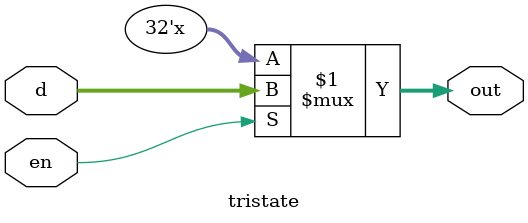
<source format=v>
module tristate(d, en, out);

input [31:0] d;
input en;
output [31:0] out;

assign out = en ? d : 32'bzzzzzzzzzzzzzzzzzzzzzzzzzzzzzzzz;

endmodule
</source>
